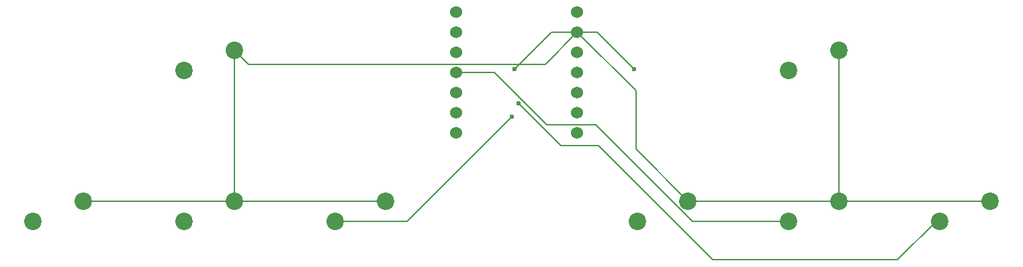
<source format=gbl>
G04 #@! TF.GenerationSoftware,KiCad,Pcbnew,9.0.2*
G04 #@! TF.CreationDate,2025-11-24T09:54:34-06:00*
G04 #@! TF.ProjectId,Keypad,4b657970-6164-42e6-9b69-6361645f7063,rev?*
G04 #@! TF.SameCoordinates,Original*
G04 #@! TF.FileFunction,Copper,L2,Bot*
G04 #@! TF.FilePolarity,Positive*
%FSLAX46Y46*%
G04 Gerber Fmt 4.6, Leading zero omitted, Abs format (unit mm)*
G04 Created by KiCad (PCBNEW 9.0.2) date 2025-11-24 09:54:34*
%MOMM*%
%LPD*%
G01*
G04 APERTURE LIST*
G04 #@! TA.AperFunction,ComponentPad*
%ADD10C,2.200000*%
G04 #@! TD*
G04 #@! TA.AperFunction,ComponentPad*
%ADD11C,1.524000*%
G04 #@! TD*
G04 #@! TA.AperFunction,ViaPad*
%ADD12C,0.600000*%
G04 #@! TD*
G04 #@! TA.AperFunction,Conductor*
%ADD13C,0.200000*%
G04 #@! TD*
G04 APERTURE END LIST*
D10*
X183515000Y-75882500D03*
X177165000Y-78422500D03*
X107315000Y-75882500D03*
X100965000Y-78422500D03*
X164465000Y-94932500D03*
X158115000Y-97472500D03*
X107315000Y-94932500D03*
X100965000Y-97472500D03*
X88265000Y-94932500D03*
X81915000Y-97472500D03*
X202565000Y-94932500D03*
X196215000Y-97472500D03*
X126365000Y-94932500D03*
X120015000Y-97472500D03*
X183515000Y-94932500D03*
X177165000Y-97472500D03*
D11*
X135260000Y-71100000D03*
X135260000Y-73640000D03*
X135260000Y-76180000D03*
X135260000Y-78720000D03*
X135260000Y-81260000D03*
X135260000Y-83800000D03*
X135260000Y-86340000D03*
X150500000Y-86340000D03*
X150500000Y-83800000D03*
X150500000Y-81260000D03*
X150500000Y-78720000D03*
X150500000Y-76180000D03*
X150500000Y-73640000D03*
X150500000Y-71100000D03*
D12*
X142600000Y-78300000D03*
X157658000Y-78257000D03*
X142300000Y-84263000D03*
X143107235Y-82607235D03*
D13*
X147260000Y-73640000D02*
X150500000Y-73640000D01*
X107315000Y-94932500D02*
X88265000Y-94932500D01*
X183515000Y-94932500D02*
X202565000Y-94932500D01*
X109089500Y-77657000D02*
X107315000Y-75882500D01*
X107315000Y-75882500D02*
X107315000Y-94932500D01*
X150500000Y-73640000D02*
X157900000Y-81040000D01*
X142600000Y-78300000D02*
X147260000Y-73640000D01*
X183515000Y-94932500D02*
X183515000Y-75882500D01*
X157900000Y-88367500D02*
X164465000Y-94932500D01*
X150500000Y-73640000D02*
X146483000Y-77657000D01*
X164465000Y-94932500D02*
X183515000Y-94932500D01*
X153041000Y-73640000D02*
X150500000Y-73640000D01*
X146483000Y-77657000D02*
X109089500Y-77657000D01*
X157658000Y-78257000D02*
X153041000Y-73640000D01*
X157900000Y-81040000D02*
X157900000Y-88367500D01*
X107315000Y-94932500D02*
X126365000Y-94932500D01*
X129090500Y-97472500D02*
X120015000Y-97472500D01*
X142300000Y-84263000D02*
X129090500Y-97472500D01*
X135260000Y-78720000D02*
X140069943Y-78720000D01*
X165023686Y-97472500D02*
X177165000Y-97472500D01*
X140069943Y-78720000D02*
X146626943Y-85277000D01*
X146626943Y-85277000D02*
X152828186Y-85277000D01*
X152828186Y-85277000D02*
X165023686Y-97472500D01*
X143107235Y-82607235D02*
X148473205Y-87973205D01*
X167600816Y-102363500D02*
X190895530Y-102363500D01*
X148473205Y-87973205D02*
X153210521Y-87973205D01*
X153210521Y-87973205D02*
X167600816Y-102363500D01*
X190895530Y-102363500D02*
X195786530Y-97472500D01*
X195786530Y-97472500D02*
X196215000Y-97472500D01*
M02*

</source>
